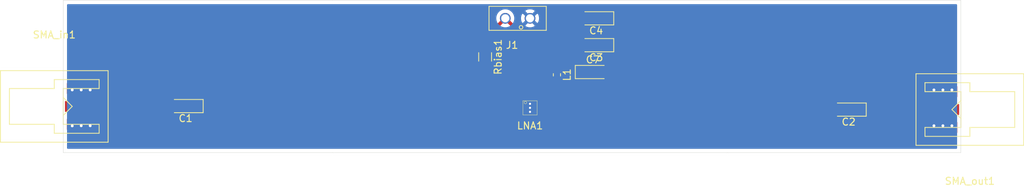
<source format=kicad_pcb>
(kicad_pcb (version 20171130) (host pcbnew 5.1.2-f72e74a~84~ubuntu18.04.1)

  (general
    (thickness 1.6)
    (drawings 9)
    (tracks 59)
    (zones 0)
    (modules 11)
    (nets 8)
  )

  (page A4)
  (layers
    (0 F.Cu signal)
    (31 B.Cu signal)
    (32 B.Adhes user)
    (33 F.Adhes user)
    (34 B.Paste user)
    (35 F.Paste user)
    (36 B.SilkS user)
    (37 F.SilkS user)
    (38 B.Mask user)
    (39 F.Mask user)
    (40 Dwgs.User user)
    (41 Cmts.User user)
    (42 Eco1.User user)
    (43 Eco2.User user)
    (44 Edge.Cuts user)
    (45 Margin user)
    (46 B.CrtYd user)
    (47 F.CrtYd user)
    (48 B.Fab user)
    (49 F.Fab user)
  )

  (setup
    (last_trace_width 0.25)
    (trace_clearance 0.2)
    (zone_clearance 0.508)
    (zone_45_only no)
    (trace_min 0.2)
    (via_size 0.8)
    (via_drill 0.4)
    (via_min_size 0.4)
    (via_min_drill 0.3)
    (uvia_size 0.3)
    (uvia_drill 0.1)
    (uvias_allowed no)
    (uvia_min_size 0.2)
    (uvia_min_drill 0.1)
    (edge_width 0.05)
    (segment_width 0.2)
    (pcb_text_width 0.3)
    (pcb_text_size 1.5 1.5)
    (mod_edge_width 0.12)
    (mod_text_size 1 1)
    (mod_text_width 0.15)
    (pad_size 4.3 1.52)
    (pad_drill 0)
    (pad_to_mask_clearance 0.051)
    (solder_mask_min_width 0.25)
    (aux_axis_origin 0 0)
    (visible_elements FFFFFF7F)
    (pcbplotparams
      (layerselection 0x010fc_ffffffff)
      (usegerberextensions false)
      (usegerberattributes false)
      (usegerberadvancedattributes false)
      (creategerberjobfile false)
      (excludeedgelayer true)
      (linewidth 0.100000)
      (plotframeref false)
      (viasonmask false)
      (mode 1)
      (useauxorigin false)
      (hpglpennumber 1)
      (hpglpenspeed 20)
      (hpglpendiameter 15.000000)
      (psnegative false)
      (psa4output false)
      (plotreference true)
      (plotvalue true)
      (plotinvisibletext false)
      (padsonsilk false)
      (subtractmaskfromsilk false)
      (outputformat 1)
      (mirror false)
      (drillshape 0)
      (scaleselection 1)
      (outputdirectory "ger_drill_lna_matched/"))
  )

  (net 0 "")
  (net 1 VCC)
  (net 2 GND)
  (net 3 /RF_IN)
  (net 4 /RF_OUT)
  (net 5 /RFin)
  (net 6 /RFout)
  (net 7 /VBIAS)

  (net_class Default "This is the default net class."
    (clearance 0.2)
    (trace_width 0.25)
    (via_dia 0.8)
    (via_drill 0.4)
    (uvia_dia 0.3)
    (uvia_drill 0.1)
    (add_net /RF_IN)
    (add_net /RF_OUT)
    (add_net /RFin)
    (add_net /RFout)
    (add_net /VBIAS)
    (add_net GND)
    (add_net VCC)
  )

  (module sma_custom:CONSMA003.062-G (layer F.Cu) (tedit 5D1F15C9) (tstamp 5D396807)
    (at 196.85 119.62)
    (path /5D39CB70)
    (fp_text reference SMA_out1 (at 0 7.62) (layer F.SilkS)
      (effects (font (size 1 1) (thickness 0.15)))
    )
    (fp_text value sma_connector (at 0 5.08) (layer F.Fab)
      (effects (font (size 1 1) (thickness 0.15)))
    )
    (fp_line (start -1.27 -1.27) (end -2.54 -2.54) (layer F.SilkS) (width 0.12))
    (fp_line (start -1.27 -3.81) (end -2.54 -2.54) (layer F.SilkS) (width 0.12))
    (fp_line (start -7.62 2.54) (end 7.62 2.54) (layer F.SilkS) (width 0.12))
    (fp_line (start 7.62 -7.62) (end -7.62 -7.62) (layer F.SilkS) (width 0.12))
    (fp_line (start -6.35 0) (end -6.35 1.27) (layer F.SilkS) (width 0.12))
    (fp_line (start -1.27 0) (end -6.35 0) (layer F.SilkS) (width 0.12))
    (fp_line (start -1.27 -5.08) (end -1.27 0) (layer F.SilkS) (width 0.12))
    (fp_line (start -6.35 -5.08) (end -1.27 -5.08) (layer F.SilkS) (width 0.12))
    (fp_line (start -6.35 -6.35) (end -6.35 -5.08) (layer F.SilkS) (width 0.12))
    (fp_line (start 6.35 -5.08) (end 6.35 0) (layer F.SilkS) (width 0.12))
    (fp_line (start 0 -5.08) (end 6.35 -5.08) (layer F.SilkS) (width 0.12))
    (fp_line (start 0 -6.35) (end 0 -5.08) (layer F.SilkS) (width 0.12))
    (fp_line (start 0 0) (end 6.35 0) (layer F.SilkS) (width 0.12))
    (fp_line (start 0 1.27) (end 0 0) (layer F.SilkS) (width 0.12))
    (fp_line (start 7.62 2.54) (end 7.62 -7.62) (layer F.SilkS) (width 0.12))
    (fp_line (start -7.62 -7.62) (end -7.62 2.54) (layer F.SilkS) (width 0.12))
    (fp_line (start 0 1.27) (end -6.35 1.27) (layer F.SilkS) (width 0.12))
    (fp_line (start -6.35 -6.35) (end 0 -6.35) (layer F.SilkS) (width 0.12))
    (pad 3 smd rect (at -3.81 0) (size 4.06 1.52) (layers F.Cu F.Paste F.Mask)
      (net 2 GND))
    (pad 2 smd rect (at -3.81 -5.08) (size 4.06 1.52) (layers F.Cu F.Paste F.Mask)
      (net 2 GND))
    (pad 1 smd rect (at -3.81 -2.54) (size 4.6 1.52) (layers F.Cu F.Paste F.Mask)
      (net 6 /RFout))
  )

  (module sma_custom:CONSMA003.062-G (layer F.Cu) (tedit 5D1F15C9) (tstamp 5D3967EE)
    (at 67.31 114.1 180)
    (path /5D39A8EF)
    (fp_text reference SMA_in1 (at 0 7.62) (layer F.SilkS)
      (effects (font (size 1 1) (thickness 0.15)))
    )
    (fp_text value sma_connector (at 0 5.08) (layer F.Fab)
      (effects (font (size 1 1) (thickness 0.15)))
    )
    (fp_line (start -1.27 -1.27) (end -2.54 -2.54) (layer F.SilkS) (width 0.12))
    (fp_line (start -1.27 -3.81) (end -2.54 -2.54) (layer F.SilkS) (width 0.12))
    (fp_line (start -7.62 2.54) (end 7.62 2.54) (layer F.SilkS) (width 0.12))
    (fp_line (start 7.62 -7.62) (end -7.62 -7.62) (layer F.SilkS) (width 0.12))
    (fp_line (start -6.35 0) (end -6.35 1.27) (layer F.SilkS) (width 0.12))
    (fp_line (start -1.27 0) (end -6.35 0) (layer F.SilkS) (width 0.12))
    (fp_line (start -1.27 -5.08) (end -1.27 0) (layer F.SilkS) (width 0.12))
    (fp_line (start -6.35 -5.08) (end -1.27 -5.08) (layer F.SilkS) (width 0.12))
    (fp_line (start -6.35 -6.35) (end -6.35 -5.08) (layer F.SilkS) (width 0.12))
    (fp_line (start 6.35 -5.08) (end 6.35 0) (layer F.SilkS) (width 0.12))
    (fp_line (start 0 -5.08) (end 6.35 -5.08) (layer F.SilkS) (width 0.12))
    (fp_line (start 0 -6.35) (end 0 -5.08) (layer F.SilkS) (width 0.12))
    (fp_line (start 0 0) (end 6.35 0) (layer F.SilkS) (width 0.12))
    (fp_line (start 0 1.27) (end 0 0) (layer F.SilkS) (width 0.12))
    (fp_line (start 7.62 2.54) (end 7.62 -7.62) (layer F.SilkS) (width 0.12))
    (fp_line (start -7.62 -7.62) (end -7.62 2.54) (layer F.SilkS) (width 0.12))
    (fp_line (start 0 1.27) (end -6.35 1.27) (layer F.SilkS) (width 0.12))
    (fp_line (start -6.35 -6.35) (end 0 -6.35) (layer F.SilkS) (width 0.12))
    (pad 3 smd rect (at -3.81 0 180) (size 4.06 1.52) (layers F.Cu F.Paste F.Mask)
      (net 2 GND))
    (pad 2 smd rect (at -3.81 -5.08 180) (size 4.06 1.52) (layers F.Cu F.Paste F.Mask)
      (net 2 GND))
    (pad 1 smd rect (at -3.81 -2.54 180) (size 4.6 1.52) (layers F.Cu F.Paste F.Mask)
      (net 5 /RFin))
  )

  (module rf_filters:TQL9093 (layer F.Cu) (tedit 5D1EFB83) (tstamp 5D3967B5)
    (at 134.62 116.84)
    (path /5D3B59E6)
    (fp_text reference LNA1 (at 0 2.54) (layer F.SilkS)
      (effects (font (size 1 1) (thickness 0.15)))
    )
    (fp_text value TQL9093 (at 0 -2.54) (layer F.Fab)
      (effects (font (size 1 1) (thickness 0.15)))
    )
    (fp_circle (center -0.65 -0.75) (end -0.47 -0.75) (layer F.SilkS) (width 0.05))
    (fp_line (start 1 1) (end -1 1) (layer F.SilkS) (width 0.05))
    (fp_line (start 1 -1) (end 1 1) (layer F.SilkS) (width 0.05))
    (fp_line (start -1 -1) (end 1 -1) (layer F.SilkS) (width 0.05))
    (fp_line (start -1 1) (end -1 -1) (layer F.SilkS) (width 0.05))
    (pad 9 smd rect (at 0 0) (size 0.7 1.6) (layers F.Cu F.Paste F.Mask)
      (net 2 GND))
    (pad 8 smd rect (at 0.885 0.75) (size 0.67 0.3) (layers F.Cu F.Paste F.Mask)
      (net 2 GND))
    (pad 7 smd rect (at 0.885 0.25) (size 0.67 0.3) (layers F.Cu F.Paste F.Mask)
      (net 4 /RF_OUT))
    (pad 6 smd rect (at 0.885 -0.25) (size 0.67 0.3) (layers F.Cu F.Paste F.Mask)
      (net 2 GND))
    (pad 5 smd rect (at 0.885 -0.75) (size 0.67 0.3) (layers F.Cu F.Paste F.Mask)
      (net 2 GND))
    (pad 4 smd rect (at -0.885 0.75) (size 0.67 0.3) (layers F.Cu F.Paste F.Mask)
      (net 2 GND))
    (pad 3 smd rect (at -0.885 0.25) (size 0.67 0.3) (layers F.Cu F.Paste F.Mask)
      (net 2 GND))
    (pad 2 smd rect (at -0.885 -0.25) (size 0.67 0.3) (layers F.Cu F.Paste F.Mask)
      (net 3 /RF_IN))
    (pad 1 smd rect (at -0.885 -0.75) (size 0.67 0.3) (layers F.Cu F.Paste F.Mask)
      (net 7 /VBIAS))
  )

  (module Resistor_SMD:R_1206_3216Metric_Pad1.42x1.75mm_HandSolder (layer F.Cu) (tedit 5B301BBD) (tstamp 5D1F078C)
    (at 128.27 109.615 270)
    (descr "Resistor SMD 1206 (3216 Metric), square (rectangular) end terminal, IPC_7351 nominal with elongated pad for handsoldering. (Body size source: http://www.tortai-tech.com/upload/download/2011102023233369053.pdf), generated with kicad-footprint-generator")
    (tags "resistor handsolder")
    (path /5D1EB24D)
    (attr smd)
    (fp_text reference Rbias1 (at 0 -1.82 90) (layer F.SilkS)
      (effects (font (size 1 1) (thickness 0.15)))
    )
    (fp_text value 2.67k (at 0 1.82 90) (layer F.Fab)
      (effects (font (size 1 1) (thickness 0.15)))
    )
    (fp_text user %R (at 0 0 90) (layer F.Fab)
      (effects (font (size 0.8 0.8) (thickness 0.12)))
    )
    (fp_line (start 2.45 1.12) (end -2.45 1.12) (layer F.CrtYd) (width 0.05))
    (fp_line (start 2.45 -1.12) (end 2.45 1.12) (layer F.CrtYd) (width 0.05))
    (fp_line (start -2.45 -1.12) (end 2.45 -1.12) (layer F.CrtYd) (width 0.05))
    (fp_line (start -2.45 1.12) (end -2.45 -1.12) (layer F.CrtYd) (width 0.05))
    (fp_line (start -0.602064 0.91) (end 0.602064 0.91) (layer F.SilkS) (width 0.12))
    (fp_line (start -0.602064 -0.91) (end 0.602064 -0.91) (layer F.SilkS) (width 0.12))
    (fp_line (start 1.6 0.8) (end -1.6 0.8) (layer F.Fab) (width 0.1))
    (fp_line (start 1.6 -0.8) (end 1.6 0.8) (layer F.Fab) (width 0.1))
    (fp_line (start -1.6 -0.8) (end 1.6 -0.8) (layer F.Fab) (width 0.1))
    (fp_line (start -1.6 0.8) (end -1.6 -0.8) (layer F.Fab) (width 0.1))
    (pad 2 smd roundrect (at 1.4875 0 270) (size 1.425 1.75) (layers F.Cu F.Paste F.Mask) (roundrect_rratio 0.175439)
      (net 7 /VBIAS))
    (pad 1 smd roundrect (at -1.4875 0 270) (size 1.425 1.75) (layers F.Cu F.Paste F.Mask) (roundrect_rratio 0.175439)
      (net 1 VCC))
    (model ${KISYS3DMOD}/Resistor_SMD.3dshapes/R_1206_3216Metric.wrl
      (at (xyz 0 0 0))
      (scale (xyz 1 1 1))
      (rotate (xyz 0 0 0))
    )
  )

  (module Capacitor_Tantalum_SMD:CP_EIA-3216-10_Kemet-I_Pad1.58x1.35mm_HandSolder (layer F.Cu) (tedit 5B301BBE) (tstamp 5D1F075F)
    (at 143.51 111.76)
    (descr "Tantalum Capacitor SMD Kemet-I (3216-10 Metric), IPC_7351 nominal, (Body size from: http://www.kemet.com/Lists/ProductCatalog/Attachments/253/KEM_TC101_STD.pdf), generated with kicad-footprint-generator")
    (tags "capacitor tantalum")
    (path /5D1F87D9)
    (attr smd)
    (fp_text reference C7 (at 0 -1.75) (layer F.SilkS)
      (effects (font (size 1 1) (thickness 0.15)))
    )
    (fp_text value 100p (at 0 1.75) (layer F.Fab)
      (effects (font (size 1 1) (thickness 0.15)))
    )
    (fp_text user %R (at 0 0) (layer F.Fab)
      (effects (font (size 0.8 0.8) (thickness 0.12)))
    )
    (fp_line (start 2.48 1.05) (end -2.48 1.05) (layer F.CrtYd) (width 0.05))
    (fp_line (start 2.48 -1.05) (end 2.48 1.05) (layer F.CrtYd) (width 0.05))
    (fp_line (start -2.48 -1.05) (end 2.48 -1.05) (layer F.CrtYd) (width 0.05))
    (fp_line (start -2.48 1.05) (end -2.48 -1.05) (layer F.CrtYd) (width 0.05))
    (fp_line (start -2.485 0.935) (end 1.6 0.935) (layer F.SilkS) (width 0.12))
    (fp_line (start -2.485 -0.935) (end -2.485 0.935) (layer F.SilkS) (width 0.12))
    (fp_line (start 1.6 -0.935) (end -2.485 -0.935) (layer F.SilkS) (width 0.12))
    (fp_line (start 1.6 0.8) (end 1.6 -0.8) (layer F.Fab) (width 0.1))
    (fp_line (start -1.6 0.8) (end 1.6 0.8) (layer F.Fab) (width 0.1))
    (fp_line (start -1.6 -0.4) (end -1.6 0.8) (layer F.Fab) (width 0.1))
    (fp_line (start -1.2 -0.8) (end -1.6 -0.4) (layer F.Fab) (width 0.1))
    (fp_line (start 1.6 -0.8) (end -1.2 -0.8) (layer F.Fab) (width 0.1))
    (pad 2 smd roundrect (at 1.4375 0) (size 1.575 1.35) (layers F.Cu F.Paste F.Mask) (roundrect_rratio 0.185185)
      (net 2 GND))
    (pad 1 smd roundrect (at -1.4375 0) (size 1.575 1.35) (layers F.Cu F.Paste F.Mask) (roundrect_rratio 0.185185)
      (net 1 VCC))
    (model ${KISYS3DMOD}/Capacitor_Tantalum_SMD.3dshapes/CP_EIA-3216-10_Kemet-I.wrl
      (at (xyz 0 0 0))
      (scale (xyz 1 1 1))
      (rotate (xyz 0 0 0))
    )
  )

  (module Capacitor_Tantalum_SMD:CP_EIA-3216-10_Kemet-I_Pad1.58x1.35mm_HandSolder (layer F.Cu) (tedit 5B301BBE) (tstamp 5D1F074C)
    (at 143.98 104.14 180)
    (descr "Tantalum Capacitor SMD Kemet-I (3216-10 Metric), IPC_7351 nominal, (Body size from: http://www.kemet.com/Lists/ProductCatalog/Attachments/253/KEM_TC101_STD.pdf), generated with kicad-footprint-generator")
    (tags "capacitor tantalum")
    (path /5D1ED2A1)
    (attr smd)
    (fp_text reference C4 (at 0 -1.75) (layer F.SilkS)
      (effects (font (size 1 1) (thickness 0.15)))
    )
    (fp_text value 1u (at 0 1.75) (layer F.Fab)
      (effects (font (size 1 1) (thickness 0.15)))
    )
    (fp_text user %R (at 0 0) (layer F.Fab)
      (effects (font (size 0.8 0.8) (thickness 0.12)))
    )
    (fp_line (start 2.48 1.05) (end -2.48 1.05) (layer F.CrtYd) (width 0.05))
    (fp_line (start 2.48 -1.05) (end 2.48 1.05) (layer F.CrtYd) (width 0.05))
    (fp_line (start -2.48 -1.05) (end 2.48 -1.05) (layer F.CrtYd) (width 0.05))
    (fp_line (start -2.48 1.05) (end -2.48 -1.05) (layer F.CrtYd) (width 0.05))
    (fp_line (start -2.485 0.935) (end 1.6 0.935) (layer F.SilkS) (width 0.12))
    (fp_line (start -2.485 -0.935) (end -2.485 0.935) (layer F.SilkS) (width 0.12))
    (fp_line (start 1.6 -0.935) (end -2.485 -0.935) (layer F.SilkS) (width 0.12))
    (fp_line (start 1.6 0.8) (end 1.6 -0.8) (layer F.Fab) (width 0.1))
    (fp_line (start -1.6 0.8) (end 1.6 0.8) (layer F.Fab) (width 0.1))
    (fp_line (start -1.6 -0.4) (end -1.6 0.8) (layer F.Fab) (width 0.1))
    (fp_line (start -1.2 -0.8) (end -1.6 -0.4) (layer F.Fab) (width 0.1))
    (fp_line (start 1.6 -0.8) (end -1.2 -0.8) (layer F.Fab) (width 0.1))
    (pad 2 smd roundrect (at 1.4375 0 180) (size 1.575 1.35) (layers F.Cu F.Paste F.Mask) (roundrect_rratio 0.185185)
      (net 1 VCC))
    (pad 1 smd roundrect (at -1.4375 0 180) (size 1.575 1.35) (layers F.Cu F.Paste F.Mask) (roundrect_rratio 0.185185)
      (net 2 GND))
    (model ${KISYS3DMOD}/Capacitor_Tantalum_SMD.3dshapes/CP_EIA-3216-10_Kemet-I.wrl
      (at (xyz 0 0 0))
      (scale (xyz 1 1 1))
      (rotate (xyz 0 0 0))
    )
  )

  (module Capacitor_Tantalum_SMD:CP_EIA-3216-10_Kemet-I_Pad1.58x1.35mm_HandSolder (layer F.Cu) (tedit 5B301BBE) (tstamp 5D1F0739)
    (at 143.98 107.95 180)
    (descr "Tantalum Capacitor SMD Kemet-I (3216-10 Metric), IPC_7351 nominal, (Body size from: http://www.kemet.com/Lists/ProductCatalog/Attachments/253/KEM_TC101_STD.pdf), generated with kicad-footprint-generator")
    (tags "capacitor tantalum")
    (path /5D1ED7B7)
    (attr smd)
    (fp_text reference C3 (at 0 -1.75) (layer F.SilkS)
      (effects (font (size 1 1) (thickness 0.15)))
    )
    (fp_text value 1n (at 0 1.75) (layer F.Fab)
      (effects (font (size 1 1) (thickness 0.15)))
    )
    (fp_text user %R (at 0 0) (layer F.Fab)
      (effects (font (size 0.8 0.8) (thickness 0.12)))
    )
    (fp_line (start 2.48 1.05) (end -2.48 1.05) (layer F.CrtYd) (width 0.05))
    (fp_line (start 2.48 -1.05) (end 2.48 1.05) (layer F.CrtYd) (width 0.05))
    (fp_line (start -2.48 -1.05) (end 2.48 -1.05) (layer F.CrtYd) (width 0.05))
    (fp_line (start -2.48 1.05) (end -2.48 -1.05) (layer F.CrtYd) (width 0.05))
    (fp_line (start -2.485 0.935) (end 1.6 0.935) (layer F.SilkS) (width 0.12))
    (fp_line (start -2.485 -0.935) (end -2.485 0.935) (layer F.SilkS) (width 0.12))
    (fp_line (start 1.6 -0.935) (end -2.485 -0.935) (layer F.SilkS) (width 0.12))
    (fp_line (start 1.6 0.8) (end 1.6 -0.8) (layer F.Fab) (width 0.1))
    (fp_line (start -1.6 0.8) (end 1.6 0.8) (layer F.Fab) (width 0.1))
    (fp_line (start -1.6 -0.4) (end -1.6 0.8) (layer F.Fab) (width 0.1))
    (fp_line (start -1.2 -0.8) (end -1.6 -0.4) (layer F.Fab) (width 0.1))
    (fp_line (start 1.6 -0.8) (end -1.2 -0.8) (layer F.Fab) (width 0.1))
    (pad 2 smd roundrect (at 1.4375 0 180) (size 1.575 1.35) (layers F.Cu F.Paste F.Mask) (roundrect_rratio 0.185185)
      (net 1 VCC))
    (pad 1 smd roundrect (at -1.4375 0 180) (size 1.575 1.35) (layers F.Cu F.Paste F.Mask) (roundrect_rratio 0.185185)
      (net 2 GND))
    (model ${KISYS3DMOD}/Capacitor_Tantalum_SMD.3dshapes/CP_EIA-3216-10_Kemet-I.wrl
      (at (xyz 0 0 0))
      (scale (xyz 1 1 1))
      (rotate (xyz 0 0 0))
    )
  )

  (module Capacitor_Tantalum_SMD:CP_EIA-3216-10_Kemet-I_Pad1.58x1.35mm_HandSolder (layer F.Cu) (tedit 5B301BBE) (tstamp 5D1F0726)
    (at 179.705 117.09 180)
    (descr "Tantalum Capacitor SMD Kemet-I (3216-10 Metric), IPC_7351 nominal, (Body size from: http://www.kemet.com/Lists/ProductCatalog/Attachments/253/KEM_TC101_STD.pdf), generated with kicad-footprint-generator")
    (tags "capacitor tantalum")
    (path /5D1E9EEC)
    (attr smd)
    (fp_text reference C2 (at 0 -1.75) (layer F.SilkS)
      (effects (font (size 1 1) (thickness 0.15)))
    )
    (fp_text value 100p (at -0.8 1.905) (layer F.Fab)
      (effects (font (size 1 1) (thickness 0.15)))
    )
    (fp_text user %R (at 0 0) (layer F.Fab)
      (effects (font (size 0.8 0.8) (thickness 0.12)))
    )
    (fp_line (start 2.48 1.05) (end -2.48 1.05) (layer F.CrtYd) (width 0.05))
    (fp_line (start 2.48 -1.05) (end 2.48 1.05) (layer F.CrtYd) (width 0.05))
    (fp_line (start -2.48 -1.05) (end 2.48 -1.05) (layer F.CrtYd) (width 0.05))
    (fp_line (start -2.48 1.05) (end -2.48 -1.05) (layer F.CrtYd) (width 0.05))
    (fp_line (start -2.485 0.935) (end 1.6 0.935) (layer F.SilkS) (width 0.12))
    (fp_line (start -2.485 -0.935) (end -2.485 0.935) (layer F.SilkS) (width 0.12))
    (fp_line (start 1.6 -0.935) (end -2.485 -0.935) (layer F.SilkS) (width 0.12))
    (fp_line (start 1.6 0.8) (end 1.6 -0.8) (layer F.Fab) (width 0.1))
    (fp_line (start -1.6 0.8) (end 1.6 0.8) (layer F.Fab) (width 0.1))
    (fp_line (start -1.6 -0.4) (end -1.6 0.8) (layer F.Fab) (width 0.1))
    (fp_line (start -1.2 -0.8) (end -1.6 -0.4) (layer F.Fab) (width 0.1))
    (fp_line (start 1.6 -0.8) (end -1.2 -0.8) (layer F.Fab) (width 0.1))
    (pad 2 smd roundrect (at 1.4375 0 180) (size 1.575 1.35) (layers F.Cu F.Paste F.Mask) (roundrect_rratio 0.185185)
      (net 4 /RF_OUT))
    (pad 1 smd roundrect (at -1.4375 0 180) (size 1.575 1.35) (layers F.Cu F.Paste F.Mask) (roundrect_rratio 0.185185)
      (net 6 /RFout))
    (model ${KISYS3DMOD}/Capacitor_Tantalum_SMD.3dshapes/CP_EIA-3216-10_Kemet-I.wrl
      (at (xyz 0 0 0))
      (scale (xyz 1 1 1))
      (rotate (xyz 0 0 0))
    )
  )

  (module Capacitor_Tantalum_SMD:CP_EIA-3216-10_Kemet-I_Pad1.58x1.35mm_HandSolder (layer F.Cu) (tedit 5B301BBE) (tstamp 5D1F0713)
    (at 85.8925 116.59 180)
    (descr "Tantalum Capacitor SMD Kemet-I (3216-10 Metric), IPC_7351 nominal, (Body size from: http://www.kemet.com/Lists/ProductCatalog/Attachments/253/KEM_TC101_STD.pdf), generated with kicad-footprint-generator")
    (tags "capacitor tantalum")
    (path /5D1EA663)
    (attr smd)
    (fp_text reference C1 (at 0 -1.75) (layer F.SilkS)
      (effects (font (size 1 1) (thickness 0.15)))
    )
    (fp_text value 100p (at 0 1.75) (layer F.Fab)
      (effects (font (size 1 1) (thickness 0.15)))
    )
    (fp_text user %R (at 0 0) (layer F.Fab)
      (effects (font (size 0.8 0.8) (thickness 0.12)))
    )
    (fp_line (start 2.48 1.05) (end -2.48 1.05) (layer F.CrtYd) (width 0.05))
    (fp_line (start 2.48 -1.05) (end 2.48 1.05) (layer F.CrtYd) (width 0.05))
    (fp_line (start -2.48 -1.05) (end 2.48 -1.05) (layer F.CrtYd) (width 0.05))
    (fp_line (start -2.48 1.05) (end -2.48 -1.05) (layer F.CrtYd) (width 0.05))
    (fp_line (start -2.485 0.935) (end 1.6 0.935) (layer F.SilkS) (width 0.12))
    (fp_line (start -2.485 -0.935) (end -2.485 0.935) (layer F.SilkS) (width 0.12))
    (fp_line (start 1.6 -0.935) (end -2.485 -0.935) (layer F.SilkS) (width 0.12))
    (fp_line (start 1.6 0.8) (end 1.6 -0.8) (layer F.Fab) (width 0.1))
    (fp_line (start -1.6 0.8) (end 1.6 0.8) (layer F.Fab) (width 0.1))
    (fp_line (start -1.6 -0.4) (end -1.6 0.8) (layer F.Fab) (width 0.1))
    (fp_line (start -1.2 -0.8) (end -1.6 -0.4) (layer F.Fab) (width 0.1))
    (fp_line (start 1.6 -0.8) (end -1.2 -0.8) (layer F.Fab) (width 0.1))
    (pad 2 smd roundrect (at 1.4375 0 180) (size 1.575 1.35) (layers F.Cu F.Paste F.Mask) (roundrect_rratio 0.185185)
      (net 5 /RFin))
    (pad 1 smd roundrect (at -1.4375 0 180) (size 1.575 1.35) (layers F.Cu F.Paste F.Mask) (roundrect_rratio 0.185185)
      (net 3 /RF_IN))
    (model ${KISYS3DMOD}/Capacitor_Tantalum_SMD.3dshapes/CP_EIA-3216-10_Kemet-I.wrl
      (at (xyz 0 0 0))
      (scale (xyz 1 1 1))
      (rotate (xyz 0 0 0))
    )
  )

  (module Inductor_SMD:L_0603_1608Metric_Pad1.05x0.95mm_HandSolder (layer F.Cu) (tedit 5B301BBE) (tstamp 5D1F077B)
    (at 138.43 112.155 270)
    (descr "Capacitor SMD 0603 (1608 Metric), square (rectangular) end terminal, IPC_7351 nominal with elongated pad for handsoldering. (Body size source: http://www.tortai-tech.com/upload/download/2011102023233369053.pdf), generated with kicad-footprint-generator")
    (tags "inductor handsolder")
    (path /5D1F5F57)
    (attr smd)
    (fp_text reference L1 (at 0 -1.43 90) (layer F.SilkS)
      (effects (font (size 1 1) (thickness 0.15)))
    )
    (fp_text value 56n (at 0 1.43 90) (layer F.Fab)
      (effects (font (size 1 1) (thickness 0.15)))
    )
    (fp_text user %R (at 0 0 90) (layer F.Fab)
      (effects (font (size 0.4 0.4) (thickness 0.06)))
    )
    (fp_line (start 1.65 0.73) (end -1.65 0.73) (layer F.CrtYd) (width 0.05))
    (fp_line (start 1.65 -0.73) (end 1.65 0.73) (layer F.CrtYd) (width 0.05))
    (fp_line (start -1.65 -0.73) (end 1.65 -0.73) (layer F.CrtYd) (width 0.05))
    (fp_line (start -1.65 0.73) (end -1.65 -0.73) (layer F.CrtYd) (width 0.05))
    (fp_line (start -0.171267 0.51) (end 0.171267 0.51) (layer F.SilkS) (width 0.12))
    (fp_line (start -0.171267 -0.51) (end 0.171267 -0.51) (layer F.SilkS) (width 0.12))
    (fp_line (start 0.8 0.4) (end -0.8 0.4) (layer F.Fab) (width 0.1))
    (fp_line (start 0.8 -0.4) (end 0.8 0.4) (layer F.Fab) (width 0.1))
    (fp_line (start -0.8 -0.4) (end 0.8 -0.4) (layer F.Fab) (width 0.1))
    (fp_line (start -0.8 0.4) (end -0.8 -0.4) (layer F.Fab) (width 0.1))
    (pad 2 smd roundrect (at 0.875 0 270) (size 1.05 0.95) (layers F.Cu F.Paste F.Mask) (roundrect_rratio 0.25)
      (net 4 /RF_OUT))
    (pad 1 smd roundrect (at -0.875 0 270) (size 1.05 0.95) (layers F.Cu F.Paste F.Mask) (roundrect_rratio 0.25)
      (net 1 VCC))
    (model ${KISYS3DMOD}/Inductor_SMD.3dshapes/L_0603_1608Metric.wrl
      (at (xyz 0 0 0))
      (scale (xyz 1 1 1))
      (rotate (xyz 0 0 0))
    )
  )

  (module borniers:PRT-08084 (layer F.Cu) (tedit 5D01074F) (tstamp 5D1F076A)
    (at 134.62 109.22)
    (path /5D1EBE39)
    (fp_text reference J1 (at -2.54 -1.27) (layer F.SilkS)
      (effects (font (size 1 1) (thickness 0.15)))
    )
    (fp_text value Supply_voltage_conn (at -15.24 -3.81) (layer F.Fab)
      (effects (font (size 1 1) (thickness 0.15)))
    )
    (fp_circle (center -1.27 -3.81) (end -1.02 -3.81) (layer F.SilkS) (width 0.12))
    (fp_line (start 2.3 -3.38) (end -5.8 -3.38) (layer F.SilkS) (width 0.12))
    (fp_line (start -5.8 -6.78) (end 2.3 -6.78) (layer F.SilkS) (width 0.12))
    (fp_line (start 2.3 -3.38) (end 2.3 -6.78) (layer F.SilkS) (width 0.12))
    (fp_line (start -5.8 -3.38) (end -5.8 -6.78) (layer F.SilkS) (width 0.12))
    (pad 2 thru_hole circle (at 0 -5.08) (size 1.524 1.524) (drill 1.15) (layers *.Cu *.Mask)
      (net 2 GND))
    (pad 1 thru_hole circle (at -3.5 -5.08) (size 1.524 1.524) (drill 1.15) (layers *.Cu *.Mask)
      (net 1 VCC))
  )

  (gr_line (start 195.58 123.19) (end 162.56 123.19) (layer Edge.Cuts) (width 0.05) (tstamp 5D3972D3))
  (gr_line (start 195.58 122.555) (end 195.58 123.19) (layer Edge.Cuts) (width 0.05))
  (gr_line (start 195.58 101.6) (end 195.58 122.555) (layer Edge.Cuts) (width 0.05))
  (gr_line (start 162.56 101.6) (end 195.58 101.6) (layer Edge.Cuts) (width 0.05))
  (gr_line (start 68.58 123.19) (end 106.68 123.19) (layer Edge.Cuts) (width 0.05) (tstamp 5D396D4E))
  (gr_line (start 68.58 101.6) (end 68.58 123.19) (layer Edge.Cuts) (width 0.05))
  (gr_line (start 106.68 101.6) (end 68.58 101.6) (layer Edge.Cuts) (width 0.05))
  (gr_line (start 162.56 123.19) (end 106.68 123.19) (layer Edge.Cuts) (width 0.05) (tstamp 5D1F4961))
  (gr_line (start 106.68 101.6) (end 162.56 101.6) (layer Edge.Cuts) (width 0.05) (tstamp 5D1F4960))

  (segment (start 142.23 111.28) (end 142.71 111.76) (width 0.5) (layer F.Cu) (net 1))
  (segment (start 138.43 111.28) (end 142.23 111.28) (width 0.5) (layer F.Cu) (net 1))
  (segment (start 142.71 108.42) (end 143.18 107.95) (width 0.25) (layer F.Cu) (net 1))
  (segment (start 142.71 111.76) (end 142.71 108.42) (width 0.5) (layer F.Cu) (net 1))
  (segment (start 143.18 107.95) (end 143.18 104.14) (width 0.5) (layer F.Cu) (net 1))
  (segment (start 128.27 106.99) (end 131.12 104.14) (width 0.5) (layer F.Cu) (net 1))
  (segment (start 128.27 108.74) (end 128.27 106.99) (width 0.5) (layer F.Cu) (net 1))
  (segment (start 133.66 106.68) (end 140.64 106.68) (width 0.5) (layer F.Cu) (net 1))
  (segment (start 140.64 106.68) (end 142.614796 104.705204) (width 0.5) (layer F.Cu) (net 1))
  (segment (start 131.12 104.14) (end 133.66 106.68) (width 0.5) (layer F.Cu) (net 1))
  (segment (start 142.614796 104.705204) (end 143.18 104.14) (width 0.25) (layer F.Cu) (net 1))
  (via (at 191.77 114.3) (size 0.8) (drill 0.4) (layers F.Cu B.Cu) (net 2))
  (via (at 191.77 119.38) (size 0.8) (drill 0.4) (layers F.Cu B.Cu) (net 2))
  (via (at 194.31 119.38) (size 0.8) (drill 0.4) (layers F.Cu B.Cu) (net 2))
  (via (at 193.04 119.38) (size 0.8) (drill 0.4) (layers F.Cu B.Cu) (net 2))
  (via (at 194.31 114.3) (size 0.8) (drill 0.4) (layers F.Cu B.Cu) (net 2))
  (via (at 193.04 114.3) (size 0.8) (drill 0.4) (layers F.Cu B.Cu) (net 2))
  (via (at 72.39 119.38) (size 0.8) (drill 0.4) (layers F.Cu B.Cu) (net 2))
  (via (at 72.39 114.3) (size 0.8) (drill 0.4) (layers F.Cu B.Cu) (net 2))
  (via (at 71.12 119.38) (size 0.8) (drill 0.4) (layers F.Cu B.Cu) (net 2))
  (via (at 69.85 119.4) (size 0.8) (drill 0.4) (layers F.Cu B.Cu) (net 2))
  (via (at 69.85 114.3) (size 0.8) (drill 0.4) (layers F.Cu B.Cu) (net 2))
  (via (at 71.12 114.3) (size 0.8) (drill 0.4) (layers F.Cu B.Cu) (net 2))
  (via (at 134.62 116.27) (size 0.4) (drill 0.3) (layers F.Cu B.Cu) (net 2))
  (via (at 134.62 117.41) (size 0.4) (drill 0.3) (layers F.Cu B.Cu) (net 2))
  (via (at 134.62 116.84) (size 0.4) (drill 0.3) (layers F.Cu B.Cu) (net 2))
  (segment (start 144.31 108.42) (end 144.78 107.95) (width 0.25) (layer F.Cu) (net 2))
  (segment (start 144.31 111.76) (end 144.31 108.42) (width 0.25) (layer F.Cu) (net 2))
  (segment (start 144.78 107.95) (end 144.78 104.14) (width 0.25) (layer F.Cu) (net 2))
  (segment (start 143.92999 102.87) (end 135.47001 102.87) (width 0.25) (layer F.Cu) (net 2))
  (segment (start 144.78 104.14) (end 143.92999 103.28999) (width 0.25) (layer F.Cu) (net 2))
  (segment (start 135.505 116.09) (end 135.505 116.59) (width 0.25) (layer F.Cu) (net 2))
  (segment (start 134.92 117.59) (end 135.505 117.59) (width 0.25) (layer F.Cu) (net 2))
  (segment (start 134.844999 117.514999) (end 134.92 117.59) (width 0.25) (layer F.Cu) (net 2))
  (segment (start 134.92 116.59) (end 134.844999 116.665001) (width 0.25) (layer F.Cu) (net 2))
  (segment (start 134.844999 116.665001) (end 134.844999 117.514999) (width 0.25) (layer F.Cu) (net 2))
  (segment (start 135.505 116.59) (end 134.92 116.59) (width 0.25) (layer F.Cu) (net 2))
  (segment (start 133.735 117.59) (end 133.735 117.09) (width 0.25) (layer F.Cu) (net 2))
  (segment (start 134.44 117.59) (end 134.62 117.41) (width 0.25) (layer F.Cu) (net 2))
  (segment (start 133.735 117.59) (end 134.44 117.59) (width 0.25) (layer F.Cu) (net 2))
  (segment (start 143.92999 103.28999) (end 143.92999 102.87) (width 0.25) (layer F.Cu) (net 2))
  (segment (start 135.47001 103.28999) (end 134.62 104.14) (width 0.25) (layer F.Cu) (net 2))
  (segment (start 135.47001 102.87) (end 135.47001 103.28999) (width 0.25) (layer F.Cu) (net 2))
  (segment (start 87.36 116.59) (end 93.345 116.59) (width 2.9) (layer F.Cu) (net 3))
  (segment (start 133.735 116.59) (end 132.965 116.59) (width 0.25) (layer F.Cu) (net 3))
  (segment (start 131.6 116.59) (end 113.9 116.59) (width 2.9) (layer F.Cu) (net 3))
  (segment (start 112.9 116.59) (end 94.3 116.59) (width 2.4) (layer F.Cu) (net 3))
  (segment (start 170.8 117.09) (end 177.8 117.09) (width 2.9) (layer F.Cu) (net 4))
  (segment (start 139.55 117.09) (end 150.75 117.09) (width 2.9) (layer F.Cu) (net 4))
  (segment (start 135.505 117.09) (end 138.105 117.09) (width 0.25) (layer F.Cu) (net 4))
  (segment (start 139.55 116.055) (end 139.55 117.09) (width 0.25) (layer F.Cu) (net 4))
  (segment (start 138.43 113.03) (end 138.43 114.935) (width 0.25) (layer F.Cu) (net 4))
  (segment (start 138.43 114.935) (end 139.55 116.055) (width 0.25) (layer F.Cu) (net 4))
  (segment (start 151.58 117.09) (end 170.18 117.09) (width 2.77) (layer F.Cu) (net 4))
  (segment (start 71 116.59) (end 83.82 116.59) (width 2.9) (layer F.Cu) (net 5))
  (segment (start 181.425 117.09) (end 193 117.09) (width 2.9) (layer F.Cu) (net 6))
  (segment (start 133.735 114.685) (end 133.735 116.09) (width 0.3) (layer F.Cu) (net 7))
  (segment (start 128.27 110.49) (end 129.54 110.49) (width 0.3) (layer F.Cu) (net 7))
  (segment (start 129.54 110.49) (end 133.735 114.685) (width 0.3) (layer F.Cu) (net 7))

  (zone (net 2) (net_name GND) (layer B.Cu) (tstamp 5D3AE1DE) (hatch edge 0.508)
    (connect_pads (clearance 0.508))
    (min_thickness 0.254)
    (fill yes (arc_segments 32) (thermal_gap 0.508) (thermal_bridge_width 0.508))
    (polygon
      (pts
        (xy 68.58 101.6) (xy 195.58 101.6) (xy 195.58 123.19) (xy 68.58 123.19)
      )
    )
    (filled_polygon
      (pts
        (xy 194.920001 122.522572) (xy 194.92 122.522582) (xy 194.92 122.53) (xy 69.24 122.53) (xy 69.24 104.002408)
        (xy 129.723 104.002408) (xy 129.723 104.277592) (xy 129.776686 104.54749) (xy 129.881995 104.801727) (xy 130.03488 105.030535)
        (xy 130.229465 105.22512) (xy 130.458273 105.378005) (xy 130.71251 105.483314) (xy 130.982408 105.537) (xy 131.257592 105.537)
        (xy 131.52749 105.483314) (xy 131.781727 105.378005) (xy 132.010535 105.22512) (xy 132.13009 105.105565) (xy 133.83404 105.105565)
        (xy 133.90102 105.345656) (xy 134.150048 105.462756) (xy 134.417135 105.529023) (xy 134.692017 105.54191) (xy 134.964133 105.500922)
        (xy 135.223023 105.407636) (xy 135.33898 105.345656) (xy 135.40596 105.105565) (xy 134.62 104.319605) (xy 133.83404 105.105565)
        (xy 132.13009 105.105565) (xy 132.20512 105.030535) (xy 132.358005 104.801727) (xy 132.463314 104.54749) (xy 132.517 104.277592)
        (xy 132.517 104.212017) (xy 133.21809 104.212017) (xy 133.259078 104.484133) (xy 133.352364 104.743023) (xy 133.414344 104.85898)
        (xy 133.654435 104.92596) (xy 134.440395 104.14) (xy 134.799605 104.14) (xy 135.585565 104.92596) (xy 135.825656 104.85898)
        (xy 135.942756 104.609952) (xy 136.009023 104.342865) (xy 136.02191 104.067983) (xy 135.980922 103.795867) (xy 135.887636 103.536977)
        (xy 135.825656 103.42102) (xy 135.585565 103.35404) (xy 134.799605 104.14) (xy 134.440395 104.14) (xy 133.654435 103.35404)
        (xy 133.414344 103.42102) (xy 133.297244 103.670048) (xy 133.230977 103.937135) (xy 133.21809 104.212017) (xy 132.517 104.212017)
        (xy 132.517 104.002408) (xy 132.463314 103.73251) (xy 132.358005 103.478273) (xy 132.20512 103.249465) (xy 132.13009 103.174435)
        (xy 133.83404 103.174435) (xy 134.62 103.960395) (xy 135.40596 103.174435) (xy 135.33898 102.934344) (xy 135.089952 102.817244)
        (xy 134.822865 102.750977) (xy 134.547983 102.73809) (xy 134.275867 102.779078) (xy 134.016977 102.872364) (xy 133.90102 102.934344)
        (xy 133.83404 103.174435) (xy 132.13009 103.174435) (xy 132.010535 103.05488) (xy 131.781727 102.901995) (xy 131.52749 102.796686)
        (xy 131.257592 102.743) (xy 130.982408 102.743) (xy 130.71251 102.796686) (xy 130.458273 102.901995) (xy 130.229465 103.05488)
        (xy 130.03488 103.249465) (xy 129.881995 103.478273) (xy 129.776686 103.73251) (xy 129.723 104.002408) (xy 69.24 104.002408)
        (xy 69.24 102.26) (xy 194.92 102.26)
      )
    )
  )
)

</source>
